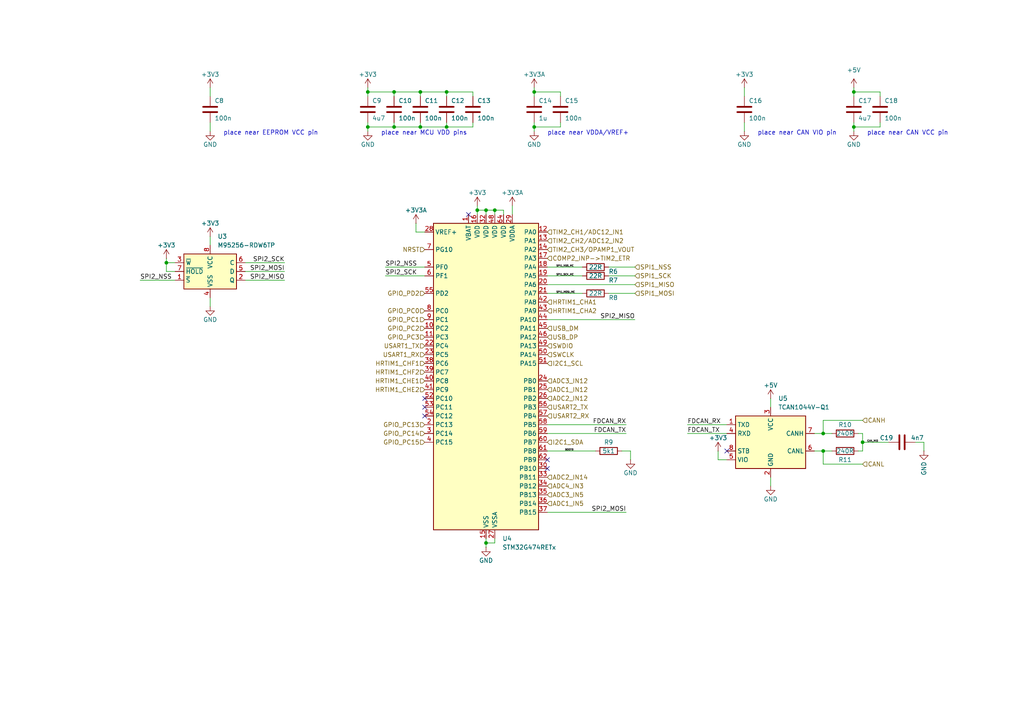
<source format=kicad_sch>
(kicad_sch (version 20250114) (generator "eeschema") (generator_version "9.0")
  (paper "A4")
  (title_block (title "Motor Control Brain Board") (rev "a"))
  (lib_symbols
    (symbol "Device:C" (pin_numbers (hide yes)) (pin_names (offset 0.254))
      (property "Reference" "C" (at 0.635 2.54 0))
      (property "Value" "C" (at 0.635 -2.54 0))
      (symbol "C_0_1"
        (polyline (pts (xy -2.032 0.762) (xy 2.032 0.762)) (stroke (width 0.508)))
        (polyline (pts (xy -2.032 -0.762) (xy 2.032 -0.762)) (stroke (width 0.508)))
      )
      (symbol "C_1_1"
        (pin passive line (at 0 3.81 270) (length 2.794) (name "~") (number "1"))
        (pin passive line (at 0 -3.81 90) (length 2.794) (name "~") (number "2"))
      )
    )
    (symbol "Device:R" (pin_numbers (hide yes)) (pin_names (offset 0))
      (property "Reference" "R" (at 2.032 0 90))
      (property "Value" "R" (at 0 0 90))
      (symbol "R_0_1"
        (rectangle (start -1.016 -2.54) (end 1.016 2.54) (stroke (width 0.254)))
      )
      (symbol "R_1_1"
        (pin passive line (at 0 3.81 270) (length 1.27) (name "~") (number "1"))
        (pin passive line (at 0 -3.81 90) (length 1.27) (name "~") (number "2"))
      )
    )
    (symbol "MCU_ST_STM32G4:STM32G474RETx"
      (property "Reference" "U" (at -15.24 46.99 0))
      (property "Value" "STM32G474RETx" (at 10.16 46.99 0))
      (symbol "STM32G474RETx_0_1"
        (rectangle (start -15.24 -43.18) (end 15.24 45.72) (stroke (width 0.254)) (fill (type background)))
      )
      (symbol "STM32G474RETx_1_1"
        (pin input line (at -17.78 43.18 0) (length 2.54) (name "VREF+") (number "28"))
        (pin bidirectional line (at -17.78 38.1 0) (length 2.54) (name "PG10") (number "7"))
        (pin bidirectional line (at -17.78 33.02 0) (length 2.54) (name "PF0") (number "5"))
        (pin bidirectional line (at -17.78 30.48 0) (length 2.54) (name "PF1") (number "6"))
        (pin bidirectional line (at -17.78 25.4 0) (length 2.54) (name "PD2") (number "55"))
        (pin bidirectional line (at -17.78 20.32 0) (length 2.54) (name "PC0") (number "8"))
        (pin bidirectional line (at -17.78 17.78 0) (length 2.54) (name "PC1") (number "9"))
        (pin bidirectional line (at -17.78 15.24 0) (length 2.54) (name "PC2") (number "10"))
        (pin bidirectional line (at -17.78 12.7 0) (length 2.54) (name "PC3") (number "11"))
        (pin bidirectional line (at -17.78 10.16 0) (length 2.54) (name "PC4") (number "22"))
        (pin bidirectional line (at -17.78 7.62 0) (length 2.54) (name "PC5") (number "23"))
        (pin bidirectional line (at -17.78 5.08 0) (length 2.54) (name "PC6") (number "38"))
        (pin bidirectional line (at -17.78 2.54 0) (length 2.54) (name "PC7") (number "39"))
        (pin bidirectional line (at -17.78 0 0) (length 2.54) (name "PC8") (number "40"))
        (pin bidirectional line (at -17.78 -2.54 0) (length 2.54) (name "PC9") (number "41"))
        (pin bidirectional line (at -17.78 -5.08 0) (length 2.54) (name "PC10") (number "52"))
        (pin bidirectional line (at -17.78 -7.62 0) (length 2.54) (name "PC11") (number "53"))
        (pin bidirectional line (at -17.78 -10.16 0) (length 2.54) (name "PC12") (number "54"))
        (pin bidirectional line (at -17.78 -12.7 0) (length 2.54) (name "PC13") (number "2"))
        (pin bidirectional line (at -17.78 -15.24 0) (length 2.54) (name "PC14") (number "3"))
        (pin bidirectional line (at -17.78 -17.78 0) (length 2.54) (name "PC15") (number "4"))
        (pin power_in line (at -5.08 48.26 270) (length 2.54) (name "VBAT") (number "1"))
        (pin power_in line (at -2.54 48.26 270) (length 2.54) (name "VDD") (number "16"))
        (pin power_in line (at 0 48.26 270) (length 2.54) (name "VDD") (number "32"))
        (pin power_in line (at 0 -45.72 90) (length 2.54) (name "VSS") (number "15"))
        (pin passive line (at 0 -45.72 90) (length 2.54) (hide yes) (name "VSS") (number "31"))
        (pin passive line (at 0 -45.72 90) (length 2.54) (hide yes) (name "VSS") (number "47"))
        (pin passive line (at 0 -45.72 90) (length 2.54) (hide yes) (name "VSS") (number "63"))
        (pin power_in line (at 2.54 48.26 270) (length 2.54) (name "VDD") (number "48"))
        (pin power_in line (at 2.54 -45.72 90) (length 2.54) (name "VSSA") (number "27"))
        (pin power_in line (at 5.08 48.26 270) (length 2.54) (name "VDD") (number "64"))
        (pin power_in line (at 7.62 48.26 270) (length 2.54) (name "VDDA") (number "29"))
        (pin bidirectional line (at 17.78 43.18 180) (length 2.54) (name "PA0") (number "12"))
        (pin bidirectional line (at 17.78 40.64 180) (length 2.54) (name "PA1") (number "13"))
        (pin bidirectional line (at 17.78 38.1 180) (length 2.54) (name "PA2") (number "14"))
        (pin bidirectional line (at 17.78 35.56 180) (length 2.54) (name "PA3") (number "17"))
        (pin bidirectional line (at 17.78 33.02 180) (length 2.54) (name "PA4") (number "18"))
        (pin bidirectional line (at 17.78 30.48 180) (length 2.54) (name "PA5") (number "19"))
        (pin bidirectional line (at 17.78 27.94 180) (length 2.54) (name "PA6") (number "20"))
        (pin bidirectional line (at 17.78 25.4 180) (length 2.54) (name "PA7") (number "21"))
        (pin bidirectional line (at 17.78 22.86 180) (length 2.54) (name "PA8") (number "42"))
        (pin bidirectional line (at 17.78 20.32 180) (length 2.54) (name "PA9") (number "43"))
        (pin bidirectional line (at 17.78 17.78 180) (length 2.54) (name "PA10") (number "44"))
        (pin bidirectional line (at 17.78 15.24 180) (length 2.54) (name "PA11") (number "45"))
        (pin bidirectional line (at 17.78 12.7 180) (length 2.54) (name "PA12") (number "46"))
        (pin bidirectional line (at 17.78 10.16 180) (length 2.54) (name "PA13") (number "49"))
        (pin bidirectional line (at 17.78 7.62 180) (length 2.54) (name "PA14") (number "50"))
        (pin bidirectional line (at 17.78 5.08 180) (length 2.54) (name "PA15") (number "51"))
        (pin bidirectional line (at 17.78 0 180) (length 2.54) (name "PB0") (number "24"))
        (pin bidirectional line (at 17.78 -2.54 180) (length 2.54) (name "PB1") (number "25"))
        (pin bidirectional line (at 17.78 -5.08 180) (length 2.54) (name "PB2") (number "26"))
        (pin bidirectional line (at 17.78 -7.62 180) (length 2.54) (name "PB3") (number "56"))
        (pin bidirectional line (at 17.78 -10.16 180) (length 2.54) (name "PB4") (number "57"))
        (pin bidirectional line (at 17.78 -12.7 180) (length 2.54) (name "PB5") (number "58"))
        (pin bidirectional line (at 17.78 -15.24 180) (length 2.54) (name "PB6") (number "59"))
        (pin bidirectional line (at 17.78 -17.78 180) (length 2.54) (name "PB7") (number "60"))
        (pin bidirectional line (at 17.78 -20.32 180) (length 2.54) (name "PB8") (number "61"))
        (pin bidirectional line (at 17.78 -22.86 180) (length 2.54) (name "PB9") (number "62"))
        (pin bidirectional line (at 17.78 -25.4 180) (length 2.54) (name "PB10") (number "30"))
        (pin bidirectional line (at 17.78 -27.94 180) (length 2.54) (name "PB11") (number "33"))
        (pin bidirectional line (at 17.78 -30.48 180) (length 2.54) (name "PB12") (number "34"))
        (pin bidirectional line (at 17.78 -33.02 180) (length 2.54) (name "PB13") (number "35"))
        (pin bidirectional line (at 17.78 -35.56 180) (length 2.54) (name "PB14") (number "36"))
        (pin bidirectional line (at 17.78 -38.1 180) (length 2.54) (name "PB15") (number "37"))
      )
    )
    (symbol "User_Communication:TCAN1044V-Q1"
      (property "Reference" "U" (at -10.16 8.89 0))
      (property "Value" "TCAN1044V-Q1" (at 2.54 8.89 0))
      (symbol "TCAN1044V-Q1_0_1"
        (rectangle (start -10.16 7.62) (end 10.16 -7.62) (stroke (width 0.254)) (fill (type background)))
      )
      (symbol "TCAN1044V-Q1_1_1"
        (pin input line (at -12.7 5.08 0) (length 2.54) (name "TXD") (number "1"))
        (pin tri_state line (at -12.7 2.54 0) (length 2.54) (name "RXD") (number "4"))
        (pin input line (at -12.7 -2.54 0) (length 2.54) (name "STB") (number "8"))
        (pin power_in line (at -12.7 -5.08 0) (length 2.54) (name "VIO") (number "5"))
        (pin power_in line (at 0 10.16 270) (length 2.54) (name "VCC") (number "3"))
        (pin power_in line (at 0 -10.16 90) (length 2.54) (name "GND") (number "2"))
        (pin bidirectional line (at 12.7 2.54 180) (length 2.54) (name "CANH") (number "7"))
        (pin bidirectional line (at 12.7 -2.54 180) (length 2.54) (name "CANL") (number "6"))
      )
    )
    (symbol "User_Memory:M95256-RDW6TP"
      (property "Reference" "U" (at -7.62 6.35 0))
      (property "Value" "M95256-RDW6TP" (at 2.54 -6.35 0))
      (symbol "M95256-RDW6TP_1_1"
        (rectangle (start -7.62 5.08) (end 7.62 -5.08) (stroke (width 0.254)) (fill (type background)))
        (pin input line (at -10.16 2.54 0) (length 2.54) (name "~{W}") (number "3"))
        (pin input line (at -10.16 0 0) (length 2.54) (name "~{HOLD}") (number "7"))
        (pin input line (at -10.16 -2.54 0) (length 2.54) (name "~{S}") (number "1"))
        (pin power_in line (at 0 7.62 270) (length 2.54) (name "VCC") (number "8"))
        (pin power_in line (at 0 -7.62 90) (length 2.54) (name "VSS") (number "4"))
        (pin input line (at 10.16 2.54 180) (length 2.54) (name "C") (number "6"))
        (pin input line (at 10.16 0 180) (length 2.54) (name "D") (number "5"))
        (pin output line (at 10.16 -2.54 180) (length 2.54) (name "Q") (number "2"))
      )
    )
    (symbol "power:+3.3VA" (power) (pin_numbers (hide yes)) (pin_names (offset 0) (hide yes))
      (property "Value" "+3.3VA" (at 0 3.556 0))
      (symbol "+3.3VA_0_1"
        (polyline (pts (xy -0.762 1.27) (xy 0 2.54)))
        (polyline (pts (xy 0 2.54) (xy 0.762 1.27)))
        (polyline (pts (xy 0 0) (xy 0 2.54)))
      )
      (symbol "+3.3VA_1_1"
        (pin power_in line (at 0 0 90) (length 0) (name "~") (number "1"))
      )
    )
    (symbol "power:+3V3" (power) (pin_numbers (hide yes)) (pin_names (offset 0) (hide yes))
      (property "Value" "+3V3" (at 0 3.556 0))
      (symbol "+3V3_0_1"
        (polyline (pts (xy -0.762 1.27) (xy 0 2.54)))
        (polyline (pts (xy 0 2.54) (xy 0.762 1.27)))
        (polyline (pts (xy 0 0) (xy 0 2.54)))
      )
      (symbol "+3V3_1_1"
        (pin power_in line (at 0 0 90) (length 0) (name "~") (number "1"))
      )
    )
    (symbol "power:+5V" (power) (pin_numbers (hide yes)) (pin_names (offset 0) (hide yes))
      (property "Value" "+5V" (at 0 3.556 0))
      (symbol "+5V_0_1"
        (polyline (pts (xy -0.762 1.27) (xy 0 2.54)))
        (polyline (pts (xy 0 2.54) (xy 0.762 1.27)))
        (polyline (pts (xy 0 0) (xy 0 2.54)))
      )
      (symbol "+5V_1_1"
        (pin power_in line (at 0 0 90) (length 0) (name "~") (number "1"))
      )
    )
    (symbol "power:GND" (power) (pin_numbers (hide yes)) (pin_names (offset 0) (hide yes))
      (property "Value" "GND" (at 0 -3.81 0))
      (symbol "GND_0_1"
        (polyline (pts (xy 0 0) (xy 0 -1.27) (xy 1.27 -1.27) (xy 0 -2.54) (xy -1.27 -1.27) (xy 0 -1.27)))
      )
      (symbol "GND_1_1"
        (pin power_in line (at 0 0 270) (length 0) (name "~") (number "1"))
      )
    )
  )
  (text "place near EEPROM VCC pin" (at 64.77 39.37 0) (effects (font (size 1.27 1.27)) (justify left bottom)))
  (text "place near MCU VDD pins" (at 110.49 39.37 0) (effects (font (size 1.27 1.27)) (justify left bottom)))
  (text "place near VDDA/VREF+" (at 158.75 39.37 0) (effects (font (size 1.27 1.27)) (justify left bottom)))
  (text "place near CAN VIO pin" (at 219.71 39.37 0) (effects (font (size 1.27 1.27)) (justify left bottom)))
  (text "place near CAN VCC pin" (at 251.46 39.37 0) (effects (font (size 1.27 1.27)) (justify left bottom)))
  (junction (at 143.51 60.96))
  (junction (at 114.3 36.83))
  (junction (at 238.76 130.81))
  (junction (at 121.92 26.67))
  (junction (at 106.68 26.67))
  (junction (at 140.97 60.96))
  (junction (at 138.43 60.96))
  (junction (at 250.19 128.27))
  (junction (at 247.65 26.67))
  (junction (at 129.54 26.67))
  (junction (at 140.97 157.48))
  (junction (at 121.92 36.83))
  (junction (at 154.94 36.83))
  (junction (at 154.94 26.67))
  (junction (at 247.65 36.83))
  (junction (at 129.54 36.83))
  (junction (at 114.3 26.67))
  (junction (at 48.26 76.2))
  (junction (at 238.76 125.73))
  (junction (at 106.68 36.83))
  (no_connect (at 123.19 115.57))
  (no_connect (at 210.82 130.81))
  (no_connect (at 158.75 133.35))
  (no_connect (at 123.19 120.65))
  (no_connect (at 123.19 118.11))
  (no_connect (at 158.75 135.89))
  (no_connect (at 135.89 62.23))
  (wire (pts (xy 140.97 156.21) (xy 140.97 157.48)))
  (wire (pts (xy 143.51 157.48) (xy 140.97 157.48)))
  (wire (pts (xy 121.92 26.67) (xy 129.54 26.67)))
  (wire (pts (xy 106.68 26.67) (xy 114.3 26.67)))
  (wire (pts (xy 267.97 130.81) (xy 267.97 128.27)))
  (wire (pts (xy 106.68 35.56) (xy 106.68 36.83)))
  (wire (pts (xy 176.53 77.47) (xy 184.15 77.47)))
  (wire (pts (xy 158.75 92.71) (xy 184.15 92.71)))
  (wire (pts (xy 71.12 81.28) (xy 82.55 81.28)))
  (wire (pts (xy 162.56 26.67) (xy 162.56 27.94)))
  (wire (pts (xy 247.65 35.56) (xy 247.65 36.83)))
  (wire (pts (xy 138.43 60.96) (xy 138.43 62.23)))
  (wire (pts (xy 48.26 78.74) (xy 48.26 76.2)))
  (wire (pts (xy 215.9 25.4) (xy 215.9 27.94)))
  (wire (pts (xy 60.96 25.4) (xy 60.96 27.94)))
  (wire (pts (xy 241.3 130.81) (xy 238.76 130.81)))
  (wire (pts (xy 176.53 80.01) (xy 184.15 80.01)))
  (wire (pts (xy 236.22 130.81) (xy 238.76 130.81)))
  (wire (pts (xy 146.05 60.96) (xy 146.05 62.23)))
  (wire (pts (xy 114.3 26.67) (xy 114.3 27.94)))
  (wire (pts (xy 143.51 60.96) (xy 143.51 62.23)))
  (wire (pts (xy 241.3 125.73) (xy 238.76 125.73)))
  (wire (pts (xy 60.96 86.36) (xy 60.96 88.9)))
  (wire (pts (xy 267.97 128.27) (xy 265.43 128.27)))
  (wire (pts (xy 180.34 130.81) (xy 182.88 130.81)))
  (wire (pts (xy 121.92 26.67) (xy 121.92 27.94)))
  (wire (pts (xy 154.94 25.4) (xy 154.94 26.67)))
  (wire (pts (xy 50.8 78.74) (xy 48.26 78.74)))
  (wire (pts (xy 129.54 26.67) (xy 137.16 26.67)))
  (wire (pts (xy 158.75 148.59) (xy 181.61 148.59)))
  (wire (pts (xy 238.76 121.92) (xy 250.19 121.92)))
  (wire (pts (xy 121.92 35.56) (xy 121.92 36.83)))
  (wire (pts (xy 255.27 26.67) (xy 255.27 27.94)))
  (wire (pts (xy 238.76 130.81) (xy 238.76 134.62)))
  (wire (pts (xy 247.65 26.67) (xy 255.27 26.67)))
  (wire (pts (xy 106.68 26.67) (xy 106.68 25.4)))
  (wire (pts (xy 48.26 76.2) (xy 50.8 76.2)))
  (wire (pts (xy 162.56 35.56) (xy 162.56 36.83)))
  (wire (pts (xy 238.76 121.92) (xy 238.76 125.73)))
  (wire (pts (xy 143.51 156.21) (xy 143.51 157.48)))
  (wire (pts (xy 154.94 36.83) (xy 154.94 38.1)))
  (wire (pts (xy 158.75 77.47) (xy 168.91 77.47)))
  (wire (pts (xy 158.75 130.81) (xy 172.72 130.81)))
  (wire (pts (xy 158.75 80.01) (xy 168.91 80.01)))
  (wire (pts (xy 182.88 130.81) (xy 182.88 133.35)))
  (wire (pts (xy 148.59 59.69) (xy 148.59 62.23)))
  (wire (pts (xy 143.51 60.96) (xy 146.05 60.96)))
  (wire (pts (xy 120.65 67.31) (xy 123.19 67.31)))
  (wire (pts (xy 120.65 64.77) (xy 120.65 67.31)))
  (wire (pts (xy 199.39 123.19) (xy 210.82 123.19)))
  (wire (pts (xy 114.3 36.83) (xy 121.92 36.83)))
  (wire (pts (xy 223.52 138.43) (xy 223.52 140.97)))
  (wire (pts (xy 154.94 36.83) (xy 162.56 36.83)))
  (wire (pts (xy 71.12 76.2) (xy 82.55 76.2)))
  (wire (pts (xy 158.75 125.73) (xy 181.61 125.73)))
  (wire (pts (xy 158.75 85.09) (xy 168.91 85.09)))
  (wire (pts (xy 106.68 36.83) (xy 114.3 36.83)))
  (wire (pts (xy 114.3 35.56) (xy 114.3 36.83)))
  (wire (pts (xy 60.96 35.56) (xy 60.96 38.1)))
  (wire (pts (xy 121.92 36.83) (xy 129.54 36.83)))
  (wire (pts (xy 114.3 26.67) (xy 121.92 26.67)))
  (wire (pts (xy 154.94 35.56) (xy 154.94 36.83)))
  (wire (pts (xy 129.54 36.83) (xy 137.16 36.83)))
  (wire (pts (xy 48.26 74.93) (xy 48.26 76.2)))
  (wire (pts (xy 176.53 85.09) (xy 184.15 85.09)))
  (wire (pts (xy 140.97 157.48) (xy 140.97 158.75)))
  (wire (pts (xy 137.16 35.56) (xy 137.16 36.83)))
  (wire (pts (xy 208.28 133.35) (xy 210.82 133.35)))
  (wire (pts (xy 208.28 130.81) (xy 208.28 133.35)))
  (wire (pts (xy 199.39 125.73) (xy 210.82 125.73)))
  (wire (pts (xy 40.64 81.28) (xy 50.8 81.28)))
  (wire (pts (xy 247.65 26.67) (xy 247.65 25.4)))
  (wire (pts (xy 138.43 59.69) (xy 138.43 60.96)))
  (wire (pts (xy 247.65 36.83) (xy 255.27 36.83)))
  (wire (pts (xy 255.27 35.56) (xy 255.27 36.83)))
  (wire (pts (xy 137.16 26.67) (xy 137.16 27.94)))
  (wire (pts (xy 111.76 80.01) (xy 123.19 80.01)))
  (wire (pts (xy 250.19 130.81) (xy 248.92 130.81)))
  (wire (pts (xy 250.19 125.73) (xy 248.92 125.73)))
  (wire (pts (xy 154.94 26.67) (xy 154.94 27.94)))
  (wire (pts (xy 223.52 115.57) (xy 223.52 118.11)))
  (wire (pts (xy 71.12 78.74) (xy 82.55 78.74)))
  (wire (pts (xy 111.76 77.47) (xy 123.19 77.47)))
  (wire (pts (xy 247.65 36.83) (xy 247.65 38.1)))
  (wire (pts (xy 129.54 35.56) (xy 129.54 36.83)))
  (wire (pts (xy 106.68 27.94) (xy 106.68 26.67)))
  (wire (pts (xy 250.19 125.73) (xy 250.19 128.27)))
  (wire (pts (xy 238.76 134.62) (xy 250.19 134.62)))
  (wire (pts (xy 140.97 60.96) (xy 143.51 60.96)))
  (wire (pts (xy 140.97 60.96) (xy 140.97 62.23)))
  (wire (pts (xy 215.9 35.56) (xy 215.9 38.1)))
  (wire (pts (xy 236.22 125.73) (xy 238.76 125.73)))
  (wire (pts (xy 138.43 60.96) (xy 140.97 60.96)))
  (wire (pts (xy 250.19 128.27) (xy 250.19 130.81)))
  (wire (pts (xy 129.54 26.67) (xy 129.54 27.94)))
  (wire (pts (xy 106.68 36.83) (xy 106.68 38.1)))
  (wire (pts (xy 154.94 26.67) (xy 162.56 26.67)))
  (wire (pts (xy 158.75 82.55) (xy 184.15 82.55)))
  (wire (pts (xy 250.19 128.27) (xy 257.81 128.27)))
  (wire (pts (xy 247.65 27.94) (xy 247.65 26.67)))
  (wire (pts (xy 60.96 68.58) (xy 60.96 71.12)))
  (wire (pts (xy 158.75 123.19) (xy 181.61 123.19)))
  (label "SPI2_MISO" (at 184.15 92.71 180))
  (label "SPI2_MOSI" (at 181.61 148.59 180))
  (label "SPI2_SCK" (at 111.76 80.01 0))
  (label "BOOT0" (at 163.83 130.81 0) (effects (font (size 0.5 0.5))))
  (label "SPI1_NSS_MC" (at 161.29 77.47 0) (effects (font (size 0.5 0.5))))
  (label "FDCAN_TX" (at 199.39 125.73 0))
  (label "SPI1_MOSI_MC" (at 161.29 85.09 0) (effects (font (size 0.5 0.5))))
  (label "SPI2_NSS" (at 40.64 81.28 0))
  (label "CAN_MID" (at 251.46 128.27 0) (effects (font (size 0.5 0.5))))
  (label "SPI2_MOSI" (at 82.55 78.74 180))
  (label "SPI2_NSS" (at 111.76 77.47 0))
  (label "FDCAN_TX" (at 181.61 125.73 180))
  (label "FDCAN_RX" (at 181.61 123.19 180))
  (label "SPI2_SCK" (at 82.55 76.2 180))
  (label "FDCAN_RX" (at 199.39 123.19 0))
  (label "SPI2_MISO" (at 82.55 81.28 180))
  (label "SPI1_SCK_MC" (at 161.29 80.01 0) (effects (font (size 0.5 0.5))))
  (hierarchical_label "CANH" (shape input) (at 250.19 121.92 0))
  (hierarchical_label "TIM2_CH2{slash}ADC12_IN2" (shape input) (at 158.75 69.85 0))
  (hierarchical_label "USART2_RX" (shape input) (at 158.75 120.65 0))
  (hierarchical_label "GPIO_PD2" (shape input) (at 123.19 85.09 180))
  (hierarchical_label "USART1_TX" (shape input) (at 123.19 100.33 180))
  (hierarchical_label "USART1_RX" (shape input) (at 123.19 102.87 180))
  (hierarchical_label "GPIO_PC15" (shape input) (at 123.19 128.27 180))
  (hierarchical_label "ADC2_IN12" (shape input) (at 158.75 115.57 0))
  (hierarchical_label "I2C1_SDA" (shape input) (at 158.75 128.27 0))
  (hierarchical_label "SWDIO" (shape input) (at 158.75 100.33 0))
  (hierarchical_label "NRST" (shape input) (at 123.19 72.39 180))
  (hierarchical_label "HRTIM1_CHF1" (shape input) (at 123.19 105.41 180))
  (hierarchical_label "ADC2_IN14" (shape input) (at 158.75 138.43 0))
  (hierarchical_label "ADC1_IN5" (shape input) (at 158.75 146.05 0))
  (hierarchical_label "TIM2_CH3{slash}OPAMP1_VOUT" (shape input) (at 158.75 72.39 0))
  (hierarchical_label "ADC3_IN5" (shape input) (at 158.75 143.51 0))
  (hierarchical_label "SPI1_NSS" (shape input) (at 184.15 77.47 0))
  (hierarchical_label "SWCLK" (shape input) (at 158.75 102.87 0))
  (hierarchical_label "HRTIM1_CHE1" (shape input) (at 123.19 110.49 180))
  (hierarchical_label "GPIO_PC2" (shape input) (at 123.19 95.25 180))
  (hierarchical_label "USB_DP" (shape input) (at 158.75 97.79 0))
  (hierarchical_label "SPI1_SCK" (shape input) (at 184.15 80.01 0))
  (hierarchical_label "CANL" (shape input) (at 250.19 134.62 0))
  (hierarchical_label "USART2_TX" (shape input) (at 158.75 118.11 0))
  (hierarchical_label "GPIO_PC13" (shape input) (at 123.19 123.19 180))
  (hierarchical_label "COMP2_INP->TIM2_ETR" (shape input) (at 158.75 74.93 0))
  (hierarchical_label "TIM2_CH1{slash}ADC12_IN1" (shape input) (at 158.75 67.31 0))
  (hierarchical_label "GPIO_PC14" (shape input) (at 123.19 125.73 180))
  (hierarchical_label "HRTIM1_CHA1" (shape input) (at 158.75 87.63 0))
  (hierarchical_label "ADC4_IN3" (shape input) (at 158.75 140.97 0))
  (hierarchical_label "GPIO_PC3" (shape input) (at 123.19 97.79 180))
  (hierarchical_label "I2C1_SCL" (shape input) (at 158.75 105.41 0))
  (hierarchical_label "GPIO_PC1" (shape input) (at 123.19 92.71 180))
  (hierarchical_label "ADC1_IN12" (shape input) (at 158.75 113.03 0))
  (hierarchical_label "SPI1_MOSI" (shape input) (at 184.15 85.09 0))
  (hierarchical_label "HRTIM1_CHE2" (shape input) (at 123.19 113.03 180))
  (hierarchical_label "HRTIM1_CHA2" (shape input) (at 158.75 90.17 0))
  (hierarchical_label "SPI1_MISO" (shape input) (at 184.15 82.55 0))
  (hierarchical_label "GPIO_PC0" (shape input) (at 123.19 90.17 180))
  (hierarchical_label "USB_DM" (shape input) (at 158.75 95.25 0))
  (hierarchical_label "ADC3_IN12" (shape input) (at 158.75 110.49 0))
  (hierarchical_label "HRTIM1_CHF2" (shape input) (at 123.19 107.95 180))
  (symbol (lib_id "power:+5V") (at 223.52 115.57 0) (unit 1)
    (property "Reference" "#PWR063" (effects (hide yes)))
    (property "Value" "+5V" (at 223.52 111.76 0))
    (property "Description" "Power symbol creates a global label with name \"+5V\"" (effects (hide yes)))
  )
  (symbol (lib_id "Device:C") (at 114.3 31.75 0) (unit 1)
    (property "Reference" "C10" (at 115.57 29.21 0) (effects (justify left)))
    (property "Value" "100n" (at 115.57 34.29 0) (effects (justify left)))
    (property "Footprint" "Capacitor_SMD:C_0402_1005Metric" (effects (hide yes)))
    (property "Description" "Unpolarized capacitor" (effects (hide yes)))
  )
  (symbol (lib_id "Device:R") (at 172.72 80.01 90) (unit 1)
    (property "Reference" "R7" (at 176.53 81.28 90) (effects (justify right)))
    (property "Value" "22R" (at 172.72 80.01 90))
    (property "Footprint" "Resistor_SMD:R_0402_1005Metric" (effects (hide yes)))
    (property "Description" "Resistor" (effects (hide yes)))
  )
  (symbol (lib_id "User_Communication:TCAN1044V-Q1") (at 223.52 128.27 0) (unit 1)
    (property "Reference" "U5" (at 225.7141 115.57 0) (effects (justify left)))
    (property "Value" "TCAN1044V-Q1" (at 225.7141 118.11 0) (effects (justify left)))
    (property "Footprint" "Package_SO:SOIC-8_3.9x4.9mm_P1.27mm" (effects (hide yes)))
    (property "Datasheet" "https://www.ti.com/lit/ds/symlink/tcan1044-q1.pdf" (effects (hide yes)))
    (property "Description" "Automotive Fault-Protected CAN FD Transceiver With 1.8V I/O Support" (effects (hide yes)))
  )
  (symbol (lib_id "power:GND") (at 223.52 140.97 0) (unit 1)
    (property "Reference" "#PWR064" (effects (hide yes)))
    (property "Value" "GND" (at 223.52 144.78 0))
    (property "Description" "Power symbol creates a global label with name \"GND\" , ground" (effects (hide yes)))
  )
  (symbol (lib_id "Device:C") (at 154.94 31.75 0) (unit 1)
    (property "Reference" "C14" (at 156.21 29.21 0) (effects (justify left)))
    (property "Value" "1u" (at 156.21 34.29 0) (effects (justify left)))
    (property "Footprint" "Capacitor_SMD:C_0402_1005Metric" (effects (hide yes)))
    (property "Description" "Unpolarized capacitor" (effects (hide yes)))
  )
  (symbol (lib_id "Device:R") (at 245.11 125.73 90) (unit 1)
    (property "Reference" "R10" (at 245.11 123.19 90))
    (property "Value" "240R" (at 245.11 125.73 90))
    (property "Footprint" "Resistor_SMD:R_0402_1005Metric" (effects (hide yes)))
    (property "Description" "Resistor" (effects (hide yes)))
  )
  (symbol (lib_id "Device:C") (at 129.54 31.75 0) (unit 1)
    (property "Reference" "C12" (at 130.81 29.21 0) (effects (justify left)))
    (property "Value" "100n" (at 130.81 34.29 0) (effects (justify left)))
    (property "Footprint" "Capacitor_SMD:C_0402_1005Metric" (effects (hide yes)))
    (property "Description" "Unpolarized capacitor" (effects (hide yes)))
  )
  (symbol (lib_id "power:+3.3VA") (at 148.59 59.69 0) (unit 1)
    (property "Reference" "#PWR056" (effects (hide yes)))
    (property "Value" "+3V3A" (at 148.59 55.88 0))
    (property "Description" "Power symbol creates a global label with name \"+3.3VA\"" (effects (hide yes)))
  )
  (symbol (lib_id "Device:R") (at 172.72 77.47 90) (unit 1)
    (property "Reference" "R6" (at 176.53 78.74 90) (effects (justify right)))
    (property "Value" "22R" (at 172.72 77.47 90))
    (property "Footprint" "Resistor_SMD:R_0402_1005Metric" (effects (hide yes)))
    (property "Description" "Resistor" (effects (hide yes)))
  )
  (symbol (lib_id "power:+3V3") (at 215.9 25.4 0) (unit 1)
    (property "Reference" "#PWR061" (effects (hide yes)))
    (property "Value" "+3V3" (at 215.9 21.59 0))
    (property "Description" "Power symbol creates a global label with name \"+3V3\"" (effects (hide yes)))
  )
  (symbol (lib_id "Device:C") (at 121.92 31.75 0) (unit 1)
    (property "Reference" "C11" (at 123.19 29.21 0) (effects (justify left)))
    (property "Value" "100n" (at 123.19 34.29 0) (effects (justify left)))
    (property "Footprint" "Capacitor_SMD:C_0402_1005Metric" (effects (hide yes)))
    (property "Description" "Unpolarized capacitor" (effects (hide yes)))
  )
  (symbol (lib_id "power:+3V3") (at 60.96 25.4 0) (unit 1)
    (property "Reference" "#PWR047" (effects (hide yes)))
    (property "Value" "+3V3" (at 60.96 21.59 0))
    (property "Description" "Power symbol creates a global label with name \"+3V3\"" (effects (hide yes)))
  )
  (symbol (lib_id "power:+3V3") (at 106.68 25.4 0) (unit 1)
    (property "Reference" "#PWR051" (effects (hide yes)))
    (property "Value" "+3V3" (at 106.68 21.59 0))
    (property "Description" "Power symbol creates a global label with name \"+3V3\"" (effects (hide yes)))
  )
  (symbol (lib_id "power:+3V3") (at 247.65 25.4 0) (unit 1)
    (property "Reference" "#PWR065" (effects (hide yes)))
    (property "Value" "+5V" (at 247.65 20.32 0))
    (property "Description" "Power symbol creates a global label with name \"+3V3\"" (effects (hide yes)))
  )
  (symbol (lib_id "power:GND") (at 60.96 38.1 0) (unit 1)
    (property "Reference" "#PWR048" (effects (hide yes)))
    (property "Value" "GND" (at 60.96 41.91 0))
    (property "Description" "Power symbol creates a global label with name \"GND\" , ground" (effects (hide yes)))
  )
  (symbol (lib_id "Device:R") (at 245.11 130.81 270) (unit 1)
    (property "Reference" "R11" (at 245.11 133.35 90))
    (property "Value" "240R" (at 245.11 130.81 90))
    (property "Footprint" "Resistor_SMD:R_0402_1005Metric" (effects (hide yes)))
    (property "Description" "Resistor" (effects (hide yes)))
  )
  (symbol (lib_id "power:GND") (at 154.94 38.1 0) (unit 1)
    (property "Reference" "#PWR058" (effects (hide yes)))
    (property "Value" "GND" (at 154.94 41.91 0))
    (property "Description" "Power symbol creates a global label with name \"GND\" , ground" (effects (hide yes)))
  )
  (symbol (lib_id "Device:R") (at 172.72 85.09 90) (unit 1)
    (property "Reference" "R8" (at 176.53 86.36 90) (effects (justify right)))
    (property "Value" "22R" (at 172.72 85.09 90))
    (property "Footprint" "Resistor_SMD:R_0402_1005Metric" (effects (hide yes)))
    (property "Description" "Resistor" (effects (hide yes)))
  )
  (symbol (lib_id "power:+3V3") (at 48.26 74.93 0) (unit 1)
    (property "Reference" "#PWR046" (effects (hide yes)))
    (property "Value" "+3V3" (at 48.26 71.12 0))
    (property "Description" "Power symbol creates a global label with name \"+3V3\"" (effects (hide yes)))
  )
  (symbol (lib_id "Device:C") (at 261.62 128.27 90) (unit 1)
    (property "Reference" "C19" (at 259.08 127 90) (effects (justify left)))
    (property "Value" "4n7" (at 264.16 127 90) (effects (justify right)))
    (property "Footprint" "Capacitor_SMD:C_0402_1005Metric" (effects (hide yes)))
    (property "Description" "Unpolarized capacitor" (effects (hide yes)))
  )
  (symbol (lib_id "MCU_ST_STM32G4:STM32G474RETx") (at 140.97 110.49 0) (unit 1)
    (property "Reference" "U4" (at 145.7041 156.21 0) (effects (justify left)))
    (property "Value" "STM32G474RETx" (at 145.7041 158.75 0) (effects (justify left)))
    (property "Footprint" "Package_QFP:LQFP-64_10x10mm_P0.5mm" (effects (hide yes)))
    (property "Datasheet" "https://www.st.com/resource/en/datasheet/stm32g474re.pdf" (effects (hide yes)))
    (property "Description" "STMicroelectronics Arm Cortex-M4 MCU, 512KB flash, 128KB RAM, 170 MHz, 1.71-3.6V, 52 GPIO, LQFP64" (effects (hide yes)))
  )
  (symbol (lib_id "Device:C") (at 215.9 31.75 0) (unit 1)
    (property "Reference" "C16" (at 217.17 29.21 0) (effects (justify left)))
    (property "Value" "100n" (at 217.17 34.29 0) (effects (justify left)))
    (property "Footprint" "Capacitor_SMD:C_0402_1005Metric" (effects (hide yes)))
    (property "Description" "Unpolarized capacitor" (effects (hide yes)))
  )
  (symbol (lib_id "power:GND") (at 106.68 38.1 0) (unit 1)
    (property "Reference" "#PWR052" (effects (hide yes)))
    (property "Value" "GND" (at 106.68 41.91 0))
    (property "Description" "Power symbol creates a global label with name \"GND\" , ground" (effects (hide yes)))
  )
  (symbol (lib_id "power:GND") (at 60.96 88.9 0) (unit 1)
    (property "Reference" "#PWR050" (effects (hide yes)))
    (property "Value" "GND" (at 60.96 92.71 0))
    (property "Description" "Power symbol creates a global label with name \"GND\" , ground" (effects (hide yes)))
  )
  (symbol (lib_id "Device:C") (at 106.68 31.75 0) (unit 1)
    (property "Reference" "C9" (at 107.95 29.21 0) (effects (justify left)))
    (property "Value" "4u7" (at 107.95 34.29 0) (effects (justify left)))
    (property "Footprint" "Capacitor_SMD:C_0402_1005Metric" (effects (hide yes)))
    (property "Description" "Unpolarized capacitor" (effects (hide yes)))
  )
  (symbol (lib_id "Device:R") (at 176.53 130.81 90) (unit 1)
    (property "Reference" "R9" (at 176.53 128.27 90))
    (property "Value" "5k1" (at 176.53 130.81 90))
    (property "Footprint" "Resistor_SMD:R_0402_1005Metric" (effects (hide yes)))
    (property "Description" "Resistor" (effects (hide yes)))
  )
  (symbol (lib_id "Device:C") (at 247.65 31.75 0) (unit 1)
    (property "Reference" "C17" (at 248.92 29.21 0) (effects (justify left)))
    (property "Value" "4u7" (at 248.92 34.29 0) (effects (justify left)))
    (property "Footprint" "Capacitor_SMD:C_0402_1005Metric" (effects (hide yes)))
    (property "Description" "Unpolarized capacitor" (effects (hide yes)))
  )
  (symbol (lib_id "power:GND") (at 267.97 130.81 0) (unit 1)
    (property "Reference" "#PWR067" (effects (hide yes)))
    (property "Value" "GND" (at 267.97 135.89 90))
    (property "Description" "Power symbol creates a global label with name \"GND\" , ground" (effects (hide yes)))
  )
  (symbol (lib_id "User_Memory:M95256-RDW6TP") (at 60.96 78.74 0) (unit 1)
    (property "Reference" "U3" (at 63.1033 68.58 0) (effects (justify left)))
    (property "Value" "M95256-RDW6TP" (at 63.1033 71.12 0) (effects (justify left)))
    (property "Footprint" "Package_SO:TSSOP-8_4.4x3mm_P0.65mm" (effects (hide yes)))
    (property "Datasheet" "https://www.st.com/content/ccc/resource/technical/document/datasheet/9d/75/f0/3e/76/00/4c/0b/CD00103810.pdf/files/CD00103810.pdf/jcr:content/translations/en.CD00103810.pdf" (effects (hide yes)))
    (property "Description" "SPI EEPROM, 256Kb (32K x 8), No Identification Page, 1.8 to 5.5V, TSSOP8" (effects (hide yes)))
  )
  (symbol (lib_id "power:+3V3") (at 208.28 130.81 0) (unit 1)
    (property "Reference" "#PWR060" (effects (hide yes)))
    (property "Value" "+3V3" (at 208.28 127 0))
    (property "Description" "Power symbol creates a global label with name \"+3V3\"" (effects (hide yes)))
  )
  (symbol (lib_id "Device:C") (at 137.16 31.75 0) (unit 1)
    (property "Reference" "C13" (at 138.43 29.21 0) (effects (justify left)))
    (property "Value" "100n" (at 138.43 34.29 0) (effects (justify left)))
    (property "Footprint" "Capacitor_SMD:C_0402_1005Metric" (effects (hide yes)))
    (property "Description" "Unpolarized capacitor" (effects (hide yes)))
  )
  (symbol (lib_id "power:+3V3") (at 138.43 59.69 0) (unit 1)
    (property "Reference" "#PWR054" (effects (hide yes)))
    (property "Value" "+3V3" (at 138.43 55.88 0))
    (property "Description" "Power symbol creates a global label with name \"+3V3\"" (effects (hide yes)))
  )
  (symbol (lib_id "power:GND") (at 140.97 158.75 0) (unit 1)
    (property "Reference" "#PWR055" (effects (hide yes)))
    (property "Value" "GND" (at 140.97 162.56 0))
    (property "Description" "Power symbol creates a global label with name \"GND\" , ground" (effects (hide yes)))
  )
  (symbol (lib_id "power:+3.3VA") (at 154.94 25.4 0) (unit 1)
    (property "Reference" "#PWR057" (effects (hide yes)))
    (property "Value" "+3V3A" (at 154.94 21.59 0))
    (property "Description" "Power symbol creates a global label with name \"+3.3VA\"" (effects (hide yes)))
  )
  (symbol (lib_id "Device:C") (at 255.27 31.75 0) (unit 1)
    (property "Reference" "C18" (at 256.54 29.21 0) (effects (justify left)))
    (property "Value" "100n" (at 256.54 34.29 0) (effects (justify left)))
    (property "Footprint" "Capacitor_SMD:C_0402_1005Metric" (effects (hide yes)))
    (property "Description" "Unpolarized capacitor" (effects (hide yes)))
  )
  (symbol (lib_id "Device:C") (at 60.96 31.75 0) (unit 1)
    (property "Reference" "C8" (at 62.23 29.21 0) (effects (justify left)))
    (property "Value" "100n" (at 62.23 34.29 0) (effects (justify left)))
    (property "Footprint" "Capacitor_SMD:C_0402_1005Metric" (effects (hide yes)))
    (property "Description" "Unpolarized capacitor" (effects (hide yes)))
  )
  (symbol (lib_id "power:+3V3") (at 60.96 68.58 0) (unit 1)
    (property "Reference" "#PWR049" (effects (hide yes)))
    (property "Value" "+3V3" (at 60.96 64.77 0))
    (property "Description" "Power symbol creates a global label with name \"+3V3\"" (effects (hide yes)))
  )
  (symbol (lib_id "Device:C") (at 162.56 31.75 0) (unit 1)
    (property "Reference" "C15" (at 163.83 29.21 0) (effects (justify left)))
    (property "Value" "100n" (at 163.83 34.29 0) (effects (justify left)))
    (property "Footprint" "Capacitor_SMD:C_0402_1005Metric" (effects (hide yes)))
    (property "Description" "Unpolarized capacitor" (effects (hide yes)))
  )
  (symbol (lib_id "power:GND") (at 247.65 38.1 0) (unit 1)
    (property "Reference" "#PWR066" (effects (hide yes)))
    (property "Value" "GND" (at 247.65 41.91 0))
    (property "Description" "Power symbol creates a global label with name \"GND\" , ground" (effects (hide yes)))
  )
  (symbol (lib_id "power:GND") (at 182.88 133.35 0) (unit 1)
    (property "Reference" "#PWR059" (effects (hide yes)))
    (property "Value" "GND" (at 182.88 137.16 0))
    (property "Description" "Power symbol creates a global label with name \"GND\" , ground" (effects (hide yes)))
  )
  (symbol (lib_id "power:GND") (at 215.9 38.1 0) (unit 1)
    (property "Reference" "#PWR062" (effects (hide yes)))
    (property "Value" "GND" (at 215.9 41.91 0))
    (property "Description" "Power symbol creates a global label with name \"GND\" , ground" (effects (hide yes)))
  )
  (symbol (lib_id "power:+3.3VA") (at 120.65 64.77 0) (unit 1)
    (property "Reference" "#PWR053" (effects (hide yes)))
    (property "Value" "+3V3A" (at 120.65 60.96 0))
    (property "Description" "Power symbol creates a global label with name \"+3.3VA\"" (effects (hide yes)))
  )
)
</source>
